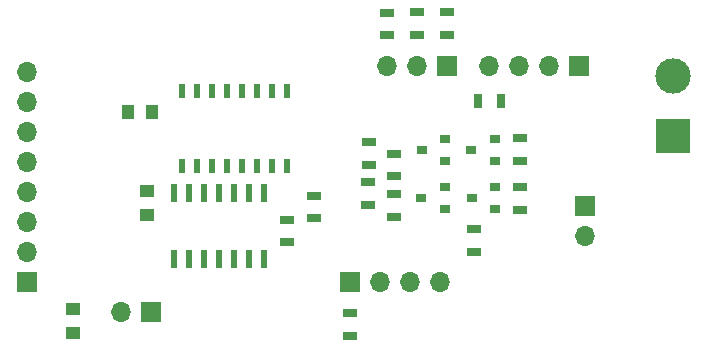
<source format=gbr>
%TF.GenerationSoftware,KiCad,Pcbnew,(5.1.7)-1*%
%TF.CreationDate,2020-11-09T22:40:43+01:00*%
%TF.ProjectId,LED_Chain,4c45445f-4368-4616-996e-2e6b69636164,rev?*%
%TF.SameCoordinates,Original*%
%TF.FileFunction,Soldermask,Top*%
%TF.FilePolarity,Negative*%
%FSLAX46Y46*%
G04 Gerber Fmt 4.6, Leading zero omitted, Abs format (unit mm)*
G04 Created by KiCad (PCBNEW (5.1.7)-1) date 2020-11-09 22:40:43*
%MOMM*%
%LPD*%
G01*
G04 APERTURE LIST*
%ADD10R,3.000000X3.000000*%
%ADD11C,3.000000*%
%ADD12R,1.700000X1.700000*%
%ADD13O,1.700000X1.700000*%
%ADD14R,0.580000X1.520000*%
%ADD15R,1.300000X0.700000*%
%ADD16R,1.250000X1.000000*%
%ADD17R,1.000000X1.250000*%
%ADD18R,0.508000X1.143000*%
%ADD19R,0.700000X1.300000*%
%ADD20R,0.900000X0.800000*%
G04 APERTURE END LIST*
D10*
%TO.C,J7*%
X175370000Y-92120000D03*
D11*
X175370000Y-87040000D03*
%TD*%
D12*
%TO.C,J6*%
X167894000Y-98044000D03*
D13*
X167894000Y-100584000D03*
%TD*%
D12*
%TO.C,J5*%
X167386000Y-86233000D03*
D13*
X164846000Y-86233000D03*
X162306000Y-86233000D03*
X159766000Y-86233000D03*
%TD*%
D12*
%TO.C,J4*%
X148000000Y-104500000D03*
D13*
X150540000Y-104500000D03*
X153080000Y-104500000D03*
X155620000Y-104500000D03*
%TD*%
D12*
%TO.C,J3*%
X156210000Y-86233000D03*
D13*
X153670000Y-86233000D03*
X151130000Y-86233000D03*
%TD*%
D12*
%TO.C,J2*%
X131160000Y-107060000D03*
D13*
X128620000Y-107060000D03*
%TD*%
D14*
%TO.C,U2*%
X133056999Y-96979999D03*
X134326999Y-96979999D03*
X135596999Y-96979999D03*
X136866999Y-96979999D03*
X138136999Y-96979999D03*
X139406999Y-96979999D03*
X140676999Y-96979999D03*
X140676999Y-102499999D03*
X139406999Y-102499999D03*
X138136999Y-102499999D03*
X136866999Y-102499999D03*
X135596999Y-102499999D03*
X134326999Y-102499999D03*
X133056999Y-102499999D03*
%TD*%
D15*
%TO.C,R4*%
X147970000Y-107120000D03*
X147970000Y-109020000D03*
%TD*%
%TO.C,R3*%
X151150000Y-83570000D03*
X151150000Y-81670000D03*
%TD*%
%TO.C,R2*%
X156210000Y-83540000D03*
X156210000Y-81640000D03*
%TD*%
%TO.C,R1*%
X153670000Y-83540000D03*
X153670000Y-81640000D03*
%TD*%
D12*
%TO.C,J1*%
X120630000Y-104520000D03*
D13*
X120630000Y-101980000D03*
X120630000Y-99440000D03*
X120630000Y-96900000D03*
X120630000Y-94360000D03*
X120630000Y-91820000D03*
X120630000Y-89280000D03*
X120630000Y-86740000D03*
%TD*%
D16*
%TO.C,C1*%
X124500000Y-106790000D03*
X124500000Y-108790000D03*
%TD*%
%TO.C,C3*%
X130780000Y-96780000D03*
X130780000Y-98780000D03*
%TD*%
D17*
%TO.C,C2*%
X131210000Y-90100000D03*
X129210000Y-90100000D03*
%TD*%
D15*
%TO.C,R11*%
X151750000Y-98950000D03*
X151750000Y-97050000D03*
%TD*%
%TO.C,R10*%
X149530000Y-97930000D03*
X149530000Y-96030000D03*
%TD*%
%TO.C,R8*%
X149560000Y-92650000D03*
X149560000Y-94550000D03*
%TD*%
%TO.C,R7*%
X151750000Y-93640000D03*
X151750000Y-95540000D03*
%TD*%
D18*
%TO.C,U1*%
X133734999Y-88324998D03*
X136274999Y-88324998D03*
X137544999Y-88324998D03*
X138814999Y-88324998D03*
X140084999Y-88324998D03*
X141354999Y-88324998D03*
X142624999Y-88324998D03*
X142624999Y-94674998D03*
X141354999Y-94674998D03*
X140084999Y-94674998D03*
X138814999Y-94674998D03*
X137544999Y-94674998D03*
X136274999Y-94674998D03*
X135004999Y-94674998D03*
X133734999Y-94674998D03*
X135004999Y-88324998D03*
%TD*%
D19*
%TO.C,R14*%
X160750000Y-89180000D03*
X158850000Y-89180000D03*
%TD*%
D15*
%TO.C,R13*%
X158520000Y-101910000D03*
X158520000Y-100010000D03*
%TD*%
%TO.C,R12*%
X162340000Y-96480000D03*
X162340000Y-98380000D03*
%TD*%
%TO.C,R9*%
X162340000Y-94230000D03*
X162340000Y-92330000D03*
%TD*%
%TO.C,R5*%
X144900000Y-97180000D03*
X144900000Y-99080000D03*
%TD*%
%TO.C,R6*%
X142680000Y-99200000D03*
X142680000Y-101100000D03*
%TD*%
D20*
%TO.C,Q4*%
X160280000Y-98320000D03*
X160280000Y-96420000D03*
X158280000Y-97370000D03*
%TD*%
%TO.C,Q3*%
X156030000Y-98300000D03*
X156030000Y-96400000D03*
X154030000Y-97350000D03*
%TD*%
%TO.C,Q2*%
X160249999Y-94250001D03*
X160249999Y-92350001D03*
X158249999Y-93300001D03*
%TD*%
%TO.C,Q1*%
X156049999Y-94249999D03*
X156049999Y-92349999D03*
X154049999Y-93299999D03*
%TD*%
M02*

</source>
